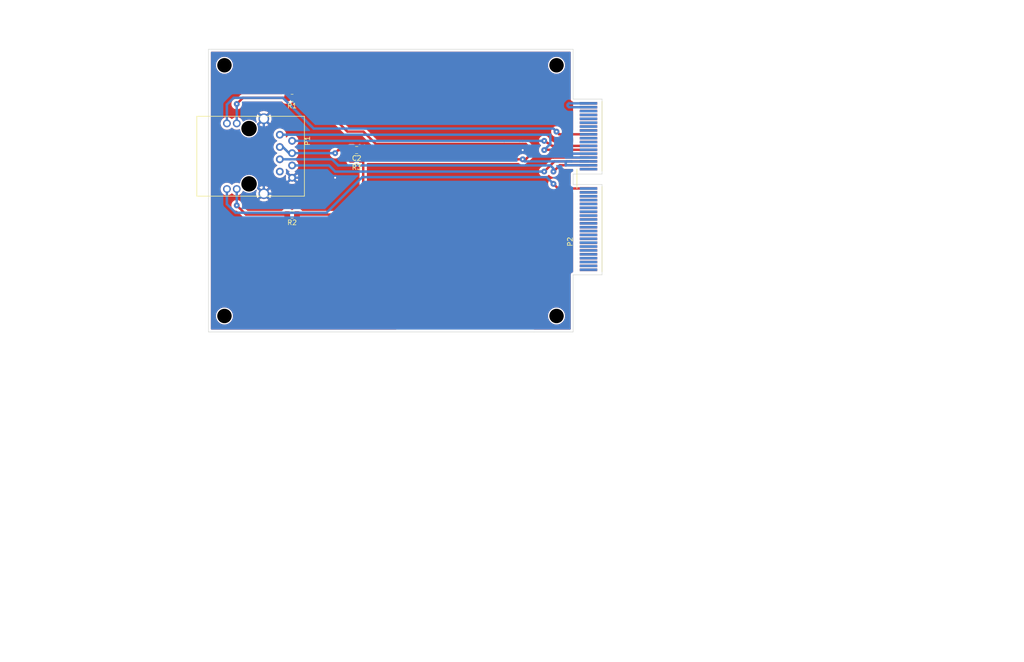
<source format=kicad_pcb>
(kicad_pcb (version 20221018) (generator pcbnew)
  (layers (0 "F.Cu" signal) (31 "B.Cu" signal) (34 "B.Paste" user) (35 "F.Paste" user) (36 "B.SilkS" user "B.Silkscreen") (37 "F.SilkS" user "F.Silkscreen") (38 "B.Mask" user) (39 "F.Mask" user) (44 "Edge.Cuts" user))
  (net 0 "")
  (net 1 "GND")
  (net 2 "Net-(C2-Pad2)")
  (net 3 "LED2")
  (net 4 "TX+")
  (net 5 "TX-")
  (net 6 "RX+")
  (net 7 "RX-")
  (net 8 "LED1")
  (net 10 "Net-(P1-D1)")
  (net 11 "Net-(P1-D3)")
  (net 57 "+3.3V")
  (net 78 "Net-(P2-Pin_78)")
  (footprint "Capacitor_SMD:C_0805_2012Metric_Pad1.18x1.45mm_HandSolder" (layer "F.Cu") (at 142.875 80.01 180)
    (fp_text reference "C2" (at 0 -1.68 180) (layer "F.SilkS"))
    (fp_text value "1n")
    (fp_line (start -0.261252 -0.735) (end 0.261252 -0.735) (stroke (width 0.12)) (layer "F.SilkS"))
    (fp_line (start -0.261252 0.735) (end 0.261252 0.735) (stroke (width 0.12)) (layer "F.SilkS"))
    (pad "1" smd roundrect (at -1.0375 0 180) (size 1.175 1.45) (layers "F.Cu" "F.Paste" "F.Mask") (roundrect_rratio 0.212766) (net 1 "GND"))
    (pad "2" smd roundrect (at 1.0375 0 180) (size 1.175 1.45) (layers "F.Cu" "F.Paste" "F.Mask") (roundrect_rratio 0.212766) (net 2 "Net-(C2-Pad2)"))
  )
  (footprint "DSOXLAN:cardedge_40x2" (layer "F.Cu") (at 190.754 104.75)
    (fp_text reference "P2" (at -3.8 -5.8 90) (layer "F.SilkS"))
    (fp_text value "CONN_02X40" hide)
    (fp_line (start -2.4 -16.8) (end -2.4 -20.8) (stroke (width 0.15)) (layer "F.SilkS"))
    (fp_line (start 2.8 -20.4) (end 2.8 -34.8) (stroke (width 0.15)) (layer "F.SilkS"))
    (fp_line (start 2.8 0.4) (end 2.8 -17.2) (stroke (width 0.15)) (layer "F.SilkS"))
    (pad "1" connect rect (at 0 0) (size 3.6 0.55) (layers "F.Cu" "F.Mask"))
    (pad "2" connect rect (at 0 0) (size 3.6 0.55) (layers "B.Cu" "F.Mask"))
    (pad "3" connect rect (at 0 -0.8) (size 3.6 0.55) (layers "F.Cu" "F.Mask"))
    (pad "4" connect rect (at 0 -0.8) (size 3.6 0.55) (layers "B.Cu" "F.Mask"))
    (pad "5" connect rect (at 0 -1.6) (size 3.6 0.55) (layers "F.Cu" "F.Mask"))
    (pad "6" connect rect (at 0 -1.6) (size 3.6 0.55) (layers "B.Cu" "F.Mask"))
    (pad "7" connect rect (at 0 -2.4) (size 3.6 0.55) (layers "F.Cu" "F.Mask"))
    (pad "8" connect rect (at 0 -2.4) (size 3.6 0.55) (layers "B.Cu" "F.Mask"))
    (pad "9" connect rect (at 0 -3.2) (size 3.6 0.55) (layers "F.Cu" "F.Mask"))
    (pad "10" connect rect (at 0 -3.2) (size 3.6 0.55) (layers "B.Cu" "F.Mask"))
    (pad "11" connect rect (at 0 -4) (size 3.6 0.55) (layers "F.Cu" "F.Mask"))
    (pad "12" connect rect (at 0 -4) (size 3.6 0.55) (layers "B.Cu" "F.Mask"))
    (pad "13" connect rect (at 0 -4.8) (size 3.6 0.55) (layers "F.Cu" "F.Mask"))
    (pad "14" connect rect (at 0 -4.8) (size 3.6 0.55) (layers "B.Cu" "F.Mask"))
    (pad "15" connect rect (at 0 -5.6) (size 3.6 0.55) (layers "F.Cu" "F.Mask"))
    (pad "16" connect rect (at 0 -5.6) (size 3.6 0.55) (layers "B.Cu" "F.Mask"))
    (pad "17" connect rect (at 0 -6.4) (size 3.6 0.55) (layers "F.Cu" "F.Mask"))
    (pad "18" connect rect (at 0 -6.4) (size 3.6 0.55) (layers "B.Cu" "F.Mask"))
    (pad "19" connect rect (at 0 -7.2) (size 3.6 0.55) (layers "F.Cu" "F.Mask"))
    (pad "20" connect rect (at 0 -7.2) (size 3.6 0.55) (layers "B.Cu" "F.Mask"))
    (pad "21" connect rect (at 0 -8) (size 3.6 0.55) (layers "F.Cu" "F.Mask"))
    (pad "22" connect rect (at 0 -8) (size 3.6 0.55) (layers "B.Cu" "F.Mask"))
    (pad "23" connect rect (at 0 -8.8) (size 3.6 0.55) (layers "F.Cu" "F.Mask"))
    (pad "24" connect rect (at 0 -8.8) (size 3.6 0.55) (layers "B.Cu" "F.Mask"))
    (pad "25" connect rect (at 0 -9.6) (size 3.6 0.55) (layers "F.Cu" "F.Mask"))
    (pad "26" connect rect (at 0 -9.6) (size 3.6 0.55) (layers "B.Cu" "F.Mask"))
    (pad "27" connect rect (at 0 -10.4) (size 3.6 0.55) (layers "F.Cu" "F.Mask"))
    (pad "28" connect rect (at 0 -10.4) (size 3.6 0.55) (layers "B.Cu" "F.Mask"))
    (pad "29" connect rect (at 0 -11.2) (size 3.6 0.55) (layers "F.Cu" "F.Mask"))
    (pad "30" connect rect (at 0 -11.2) (size 3.6 0.55) (layers "B.Cu" "F.Mask"))
    (pad "31" connect rect (at 0 -12) (size 3.6 0.55) (layers "F.Cu" "F.Mask"))
    (pad "32" connect rect (at 0 -12) (size 3.6 0.55) (layers "B.Cu" "F.Mask"))
    (pad "33" connect rect (at 0 -12.8) (size 3.6 0.55) (layers "F.Cu" "F.Mask"))
    (pad "34" connect rect (at 0 -12.8) (size 3.6 0.55) (layers "B.Cu" "F.Mask"))
    (pad "35" connect rect (at 0 -13.6) (size 3.6 0.55) (layers "F.Cu" "F.Mask"))
    (pad "36" connect rect (at 0 -13.6) (size 3.6 0.55) (layers "B.Cu" "F.Mask"))
    (pad "37" connect rect (at 0 -14.4) (size 3.6 0.55) (layers "F.Cu" "F.Mask"))
    (pad "38" connect rect (at 0 -14.4) (size 3.6 0.55) (layers "B.Cu" "F.Mask"))
    (pad "39" connect rect (at 0 -15.2) (size 3.6 0.55) (layers "F.Cu" "F.Mask"))
    (pad "40" connect rect (at 0 -15.2) (size 3.6 0.55) (layers "B.Cu" "F.Mask"))
    (pad "41" connect rect (at 0 -16) (size 3.6 0.55) (layers "F.Cu" "F.Mask"))
    (pad "42" connect rect (at 0 -16) (size 3.6 0.55) (layers "B.Cu" "F.Mask"))
    (pad "43" connect rect (at 0 -16.8) (size 3.6 0.55) (layers "F.Cu" "F.Mask") (net 3 "LED2"))
    (pad "44" connect rect (at 0 -16.8) (size 3.6 0.55) (layers "B.Cu" "F.Mask"))
    (pad "45" connect rect (at 0 -20.8) (size 3.6 0.55) (layers "F.Cu" "F.Mask"))
    (pad "46" connect rect (at 0 -20.8) (size 3.6 0.55) (layers "B.Cu" "F.Mask"))
    (pad "47" connect rect (at 0 -21.6) (size 3.6 0.55) (layers "F.Cu" "F.Mask") (net 4 "TX+"))
    (pad "48" connect rect (at 0 -21.6) (size 3.6 0.55) (layers "B.Cu" "F.Mask") (net 57 "+3.3V"))
    (pad "49" connect rect (at 0 -22.4) (size 3.6 0.55) (layers "F.Cu" "F.Mask") (net 5 "TX-"))
    (pad "50" connect rect (at 0 -22.4) (size 3.6 0.55) (layers "B.Cu" "F.Mask") (net 57 "+3.3V"))
    (pad "51" connect rect (at 0 -23.2) (size 3.6 0.55) (layers "F.Cu" "F.Mask") (net 1 "GND"))
    (pad "52" connect rect (at 0 -23.2) (size 3.6 0.55) (layers "B.Cu" "F.Mask") (net 1 "GND"))
    (pad "53" connect rect (at 0 -24) (size 3.6 0.55) (layers "F.Cu" "F.Mask") (net 1 "GND"))
    (pad "54" connect rect (at 0 -24) (size 3.6 0.55) (layers "B.Cu" "F.Mask") (net 1 "GND"))
    (pad "55" connect rect (at 0 -24.8) (size 3.6 0.55) (layers "F.Cu" "F.Mask") (net 6 "RX+"))
    (pad "56" connect rect (at 0 -24.8) (size 3.6 0.55) (layers "B.Cu" "F.Mask"))
    (pad "57" connect rect (at 0 -25.6) (size 3.6 0.55) (layers "F.Cu" "F.Mask") (net 7 "RX-"))
    (pad "58" connect rect (at 0 -25.6) (size 3.6 0.55) (layers "B.Cu" "F.Mask"))
    (pad "59" connect rect (at 0 -26.4) (size 3.6 0.55) (layers "F.Cu" "F.Mask"))
    (pad "60" connect rect (at 0 -26.4) (size 3.6 0.55) (layers "B.Cu" "F.Mask"))
    (pad "61" connect rect (at 0 -27.2) (size 3.6 0.55) (layers "F.Cu" "F.Mask"))
    (pad "62" connect rect (at 0 -27.2) (size 3.6 0.55) (layers "B.Cu" "F.Mask"))
    (pad "63" connect rect (at 0 -28) (size 3.6 0.55) (layers "F.Cu" "F.Mask") (net 8 "LED1"))
    (pad "64" connect rect (at 0 -28) (size 3.6 0.55) (layers "B.Cu" "F.Mask"))
    (pad "65" connect rect (at 0 -28.8) (size 3.6 0.55) (layers "F.Cu" "F.Mask"))
    (pad "66" connect rect (at 0 -28.8) (size 3.6 0.55) (layers "B.Cu" "F.Mask"))
    (pad "67" connect rect (at 0 -29.6) (size 3.6 0.55) (layers "F.Cu" "F.Mask"))
    (pad "68" connect rect (at 0 -29.6) (size 3.6 0.55) (layers "B.Cu" "F.Mask"))
    (pad "69" connect rect (at 0 -30.4) (size 3.6 0.55) (layers "F.Cu" "F.Mask"))
    (pad "70" connect rect (at 0 -30.4) (size 3.6 0.55) (layers "B.Cu" "F.Mask"))
    (pad "71" connect rect (at 0 -31.2) (size 3.6 0.55) (layers "F.Cu" "F.Mask"))
    (pad "72" connect rect (at 0 -31.2) (size 3.6 0.55) (layers "B.Cu" "F.Mask"))
    (pad "73" connect rect (at 0 -32) (size 3.6 0.55) (layers "F.Cu" "F.Mask"))
    (pad "74" connect rect (at 0 -32) (size 3.6 0.55) (layers "B.Cu" "F.Mask"))
    (pad "75" connect rect (at 0 -32.8) (size 3.6 0.55) (layers "F.Cu" "F.Mask"))
    (pad "76" connect rect (at 0 -32.8) (size 3.6 0.55) (layers "B.Cu" "F.Mask"))
    (pad "77" connect rect (at 0 -33.6) (size 3.6 0.55) (layers "F.Cu" "F.Mask"))
    (pad "78" connect rect (at 0 -33.6) (size 3.6 0.55) (layers "B.Cu" "F.Mask") (net 78 "Net-(P2-Pin_78)"))
    (pad "79" connect rect (at 0 -34.4) (size 3.6 0.55) (layers "F.Cu" "F.Mask"))
    (pad "80" connect rect (at 0 -34.4) (size 3.6 0.55) (layers "B.Cu" "F.Mask") (net 78 "Net-(P2-Pin_78)"))
  )
  (footprint "Resistor_SMD:R_0805_2012Metric_Pad1.20x1.40mm_HandSolder" (layer "F.Cu") (at 129.54 69.215 180)
    (fp_text reference "R1" (at 0 -1.65 180) (layer "F.SilkS"))
    (fp_text value "220R")
    (fp_line (start -0.227064 -0.735) (end 0.227064 -0.735) (stroke (width 0.12)) (layer "F.SilkS"))
    (fp_line (start -0.227064 0.735) (end 0.227064 0.735) (stroke (width 0.12)) (layer "F.SilkS"))
    (pad "1" smd roundrect (at -1 0 180) (size 1.2 1.4) (layers "F.Cu" "F.Paste" "F.Mask") (roundrect_rratio 0.208333) (net 57 "+3.3V"))
    (pad "2" smd roundrect (at 1 0 180) (size 1.2 1.4) (layers "F.Cu" "F.Paste" "F.Mask") (roundrect_rratio 0.208333) (net 10 "Net-(P1-D1)"))
  )
  (footprint "Resistor_SMD:R_0805_2012Metric_Pad1.20x1.40mm_HandSolder" (layer "F.Cu") (at 129.54 93.345 180)
    (fp_text reference "R2" (at 0 -1.65 180) (layer "F.SilkS"))
    (fp_text value "220R")
    (fp_line (start -0.227064 -0.735) (end 0.227064 -0.735) (stroke (width 0.12)) (layer "F.SilkS"))
    (fp_line (start -0.227064 0.735) (end 0.227064 0.735) (stroke (width 0.12)) (layer "F.SilkS"))
    (pad "1" smd roundrect (at -1 0 180) (size 1.2 1.4) (layers "F.Cu" "F.Paste" "F.Mask") (roundrect_rratio 0.208333) (net 57 "+3.3V"))
    (pad "2" smd roundrect (at 1 0 180) (size 1.2 1.4) (layers "F.Cu" "F.Paste" "F.Mask") (roundrect_rratio 0.208333) (net 11 "Net-(P1-D3)"))
  )
  (footprint "Resistor_SMD:R_0805_2012Metric_Pad1.20x1.40mm_HandSolder" (layer "F.Cu") (at 142.875 81.915 180)
    (fp_text reference "R3" (at 0 -1.65 180) (layer "F.SilkS"))
    (fp_text value "10R")
    (fp_line (start -0.227064 -0.735) (end 0.227064 -0.735) (stroke (width 0.12)) (layer "F.SilkS"))
    (fp_line (start -0.227064 0.735) (end 0.227064 0.735) (stroke (width 0.12)) (layer "F.SilkS"))
    (pad "1" smd roundrect (at -1 0 180) (size 1.2 1.4) (layers "F.Cu" "F.Paste" "F.Mask") (roundrect_rratio 0.208333) (net 57 "+3.3V"))
    (pad "2" smd roundrect (at 1 0 180) (size 1.2 1.4) (layers "F.Cu" "F.Paste" "F.Mask") (roundrect_rratio 0.208333) (net 2 "Net-(C2-Pad2)"))
  )
  (footprint "DSOXLAN:ETH-MAGJACK" (layer "F.Cu") (at 120.65 81.28 -90)
    (fp_text reference "P1" (at -3.175 -12.065 -90) (layer "F.SilkS"))
    (fp_text value "CNT-RJ45" hide)
    (fp_line (start -8.255 -11.43) (end -8.255 10.795) (stroke (width 0.15)) (layer "F.SilkS"))
    (fp_line (start -8.255 10.795) (end 8.255 10.795) (stroke (width 0.15)) (layer "F.SilkS"))
    (fp_line (start 8.255 -11.43) (end -8.255 -11.43) (stroke (width 0.15)) (layer "F.SilkS"))
    (fp_line (start 8.255 10.795) (end 8.255 -11.43) (stroke (width 0.15)) (layer "F.SilkS"))
    (pad "" np_thru_hole circle (at -5.715 0 270) (size 3.2 3.2) (drill 3.2) (layers "*.Mask"))
    (pad "" np_thru_hole circle (at 5.715 0 270) (size 3.2 3.2) (drill 3.2) (layers "*.Mask"))
    (pad "1" thru_hole circle (at -4.445 -6.35 270) (size 1.6 1.6) (drill 0.9) (layers "*.Cu" "*.Mask") (net 6 "RX+"))
    (pad "2" thru_hole circle (at -3.175 -8.89 270) (size 1.6 1.6) (drill 0.9) (layers "*.Cu" "*.Mask") (net 7 "RX-"))
    (pad "3" thru_hole circle (at -1.905 -6.35 270) (size 1.6 1.6) (drill 0.9) (layers "*.Cu" "*.Mask") (net 2 "Net-(C2-Pad2)"))
    (pad "4" thru_hole circle (at -0.635 -8.89 270) (size 1.6 1.6) (drill 0.9) (layers "*.Cu" "*.Mask") (net 2 "Net-(C2-Pad2)"))
    (pad "5" thru_hole circle (at 0.635 -6.35 270) (size 1.6 1.6) (drill 0.9) (layers "*.Cu" "*.Mask") (net 4 "TX+"))
    (pad "6" thru_hole circle (at 1.905 -8.89 270) (size 1.6 1.6) (drill 0.9) (layers "*.Cu" "*.Mask") (net 5 "TX-"))
    (pad "7" thru_hole circle (at 3.175 -6.35 270) (size 1.6 1.6) (drill 0.9) (layers "*.Cu" "*.Mask"))
    (pad "8" thru_hole circle (at 4.445 -8.89 270) (size 1.6 1.6) (drill 0.9) (layers "*.Cu" "*.Mask") (net 1 "GND"))
    (pad "9" thru_hole circle (at -7.747 -3.048 270) (size 2.2 2.2) (drill 1.6) (layers "*.Cu" "*.Mask") (net 1 "GND"))
    (pad "10" thru_hole circle (at 7.747 -3.048 270) (size 2.2 2.2) (drill 1.6) (layers "*.Cu" "*.Mask") (net 1 "GND"))
    (pad "11" thru_hole circle (at -6.7818 2.54 270) (size 1.6 1.6) (drill 1) (layers "*.Cu" "*.Mask") (net 10 "Net-(P1-D1)"))
    (pad "12" thru_hole circle (at -6.7818 4.572 270) (size 1.6 1.6) (drill 1) (layers "*.Cu" "*.Mask") (net 8 "LED1"))
    (pad "13" thru_hole circle (at 6.7818 2.54 270) (size 1.6 1.6) (drill 1) (layers "*.Cu" "*.Mask") (net 11 "Net-(P1-D3)"))
    (pad "14" thru_hole circle (at 6.7818 4.572 270) (size 1.6 1.6) (drill 1) (layers "*.Cu" "*.Mask") (net 3 "LED2"))
  )
  (footprint "Symbols:Symbol_OSHW-Logo_CopperTop" (layer "F.Cu") (at 154.432 112.522)
    (fp_text reference "Symbol_OSHW-Logo_CopperTop" hide)
    (fp_text value "VAL**" hide)
    (fp_line (start -2.9591 3.40106) (end -2.93116 3.74904) (stroke (width 0.381)) (layer "F.Cu"))
    (fp_line (start -2.93116 3.74904) (end -2.7305 4.06908) (stroke (width 0.381)) (layer "F.Cu"))
    (fp_line (start -2.8702 2.91084) (end -2.9591 3.40106) (stroke (width 0.381)) (layer "F.Cu"))
    (fp_line (start -2.7305 4.06908) (end -2.47904 4.191) (stroke (width 0.381)) (layer "F.Cu"))
    (fp_line (start -2.6289 2.66954) (end -2.8702 2.91084) (stroke (width 0.381)) (layer "F.Cu"))
    (fp_line (start -2.4892 0.32004) (end -1.9304 0.5207) (stroke (width 0.381)) (layer "F.Cu"))
    (fp_line (start -2.47904 -0.381) (end -2.4892 0.32004) (stroke (width 0.381)) (layer "F.Cu"))
    (fp_line (start -2.47904 4.191) (end -2.16916 4.11988) (stroke (width 0.381)) (layer "F.Cu"))
    (fp_line (start -2.37998 2.64922) (end -2.6289 2.66954) (stroke (width 0.381)) (layer "F.Cu"))
    (fp_line (start -2.16916 4.11988) (end -1.95072 3.93954) (stroke (width 0.381)) (layer "F.Cu"))
    (fp_line (start -2.03962 1.49098) (end -1.50114 2.00914) (stroke (width 0.381)) (layer "F.Cu"))
    (fp_line (start -2.03962 2.78892) (end -2.4003 2.65938) (stroke (width 0.381)) (layer "F.Cu"))
    (fp_line (start -2.00914 -1.50114) (end -1.76022 -0.96012) (stroke (width 0.381)) (layer "F.Cu"))
    (fp_line (start -1.95072 3.93954) (end -1.8796 3.4798) (stroke (width 0.381)) (layer "F.Cu"))
    (fp_line (start -1.9304 -0.48006) (end -2.47904 -0.381) (stroke (width 0.381)) (layer "F.Cu"))
    (fp_line (start -1.9304 0.5207) (end -1.7907 0.91948) (stroke (width 0.381)) (layer "F.Cu"))
    (fp_line (start -1.9304 3.07086) (end -2.03962 2.78892) (stroke (width 0.381)) (layer "F.Cu"))
    (fp_line (start -1.8796 3.4798) (end -1.9304 3.07086) (stroke (width 0.381)) (layer "F.Cu"))
    (fp_line (start -1.78054 0.92964) (end -2.03962 1.49098) (stroke (width 0.381)) (layer "F.Cu"))
    (fp_line (start -1.76022 -0.96012) (end -1.9304 -0.48006) (stroke (width 0.381)) (layer "F.Cu"))
    (fp_line (start -1.50114 2.00914) (end -0.98044 1.7399) (stroke (width 0.381)) (layer "F.Cu"))
    (fp_line (start -1.49098 -2.02946) (end -2.00914 -1.50114) (stroke (width 0.381)) (layer "F.Cu"))
    (fp_line (start -1.29032 3.12928) (end -1.04902 3.37058) (stroke (width 0.381)) (layer "F.Cu"))
    (fp_line (start -1.25984 2.86004) (end -1.29032 3.12928) (stroke (width 0.381)) (layer "F.Cu"))
    (fp_line (start -1.04902 3.37058) (end -0.6604 3.50012) (stroke (width 0.381)) (layer "F.Cu"))
    (fp_line (start -1.02108 2.65938) (end -1.25984 2.86004) (stroke (width 0.381)) (layer "F.Cu"))
    (fp_line (start -1.00076 -0.09906) (end -0.94996 0.39878) (stroke (width 0.381)) (layer "F.Cu"))
    (fp_line (start -0.9906 4.20878) (end -1.34112 4.09956) (stroke (width 0.381)) (layer "F.Cu"))
    (fp_line (start -0.98044 1.7399) (end -0.70104 1.89992) (stroke (width 0.381)) (layer "F.Cu"))
    (fp_line (start -0.94996 0.39878) (end -0.70104 0.70104) (stroke (width 0.381)) (layer "F.Cu"))
    (fp_line (start -0.9398 -1.76022) (end -1.49098 -2.02946) (stroke (width 0.381)) (layer "F.Cu"))
    (fp_line (start -0.8509 -0.55118) (end -1.00076 -0.09906) (stroke (width 0.381)) (layer "F.Cu"))
    (fp_line (start -0.70104 0.70104) (end -0.35052 0.89916) (stroke (width 0.381)) (layer "F.Cu"))
    (fp_line (start -0.70104 2.66954) (end -1.02108 2.65938) (stroke (width 0.381)) (layer "F.Cu"))
    (fp_line (start -0.67056 4.18084) (end -0.9906 4.20878) (stroke (width 0.381)) (layer "F.Cu"))
    (fp_line (start -0.6604 3.50012) (end -0.48006 3.66014) (stroke (width 0.381)) (layer "F.Cu"))
    (fp_line (start -0.5207 -1.9304) (end -0.9398 -1.76022) (stroke (width 0.381)) (layer "F.Cu"))
    (fp_line (start -0.48006 3.66014) (end -0.43942 3.95986) (stroke (width 0.381)) (layer "F.Cu"))
    (fp_line (start -0.44958 -0.89916) (end -0.8509 -0.55118) (stroke (width 0.381)) (layer "F.Cu"))
    (fp_line (start -0.43942 3.95986) (end -0.67056 4.18084) (stroke (width 0.381)) (layer "F.Cu"))
    (fp_line (start -0.35052 0.89916) (end -0.70104 1.89992) (stroke (width 0.381)) (layer "F.Cu"))
    (fp_line (start -0.35052 2.75082) (end -0.70104 2.66954) (stroke (width 0.381)) (layer "F.Cu"))
    (fp_line (start -0.30988 -2.47904) (end -0.5207 -1.9304) (stroke (width 0.381)) (layer "F.Cu"))
    (fp_line (start -0.0508 -1.00076) (end -0.44958 -0.89916) (stroke (width 0.381)) (layer "F.Cu"))
    (fp_line (start 0.20066 2.64922) (end 0.20066 4.21894) (stroke (width 0.381)) (layer "F.Cu"))
    (fp_line (start 0.20066 4.21894) (end 0.21082 4.20878) (stroke (width 0.381)) (layer "F.Cu"))
    (fp_line (start 0.24892 3.38074) (end 1.03886 3.37058) (stroke (width 0.381)) (layer "F.Cu"))
    (fp_line (start 0.35052 0.89916) (end 0.65024 0.7493) (stroke (width 0.381)) (layer "F.Cu"))
    (fp_line (start 0.35052 0.89916) (end 0.7493 1.89992) (stroke (width 0.381)) (layer "F.Cu"))
    (fp_line (start 0.381 -2.46126) (end -0.30988 -2.47904) (stroke (width 0.381)) (layer "F.Cu"))
    (fp_line (start 0.39878 -0.94996) (end -0.0508 -1.00076) (stroke (width 0.381)) (layer "F.Cu"))
    (fp_line (start 0.55118 -1.92024) (end 0.381 -2.46126) (stroke (width 0.381)) (layer "F.Cu"))
    (fp_line (start 0.65024 0.7493) (end 0.8509 0.55118) (stroke (width 0.381)) (layer "F.Cu"))
    (fp_line (start 0.73914 1.8796) (end 1.06934 1.6891) (stroke (width 0.381)) (layer "F.Cu"))
    (fp_line (start 0.8509 -0.59944) (end 0.39878 -0.94996) (stroke (width 0.381)) (layer "F.Cu"))
    (fp_line (start 0.8509 0.55118) (end 1.00076 0.14986) (stroke (width 0.381)) (layer "F.Cu"))
    (fp_line (start 1.00076 -0.24892) (end 0.8509 -0.59944) (stroke (width 0.381)) (layer "F.Cu"))
    (fp_line (start 1.00076 0.14986) (end 1.00076 -0.24892) (stroke (width 0.381)) (layer "F.Cu"))
    (fp_line (start 1.02108 -1.71958) (end 0.55118 -1.92024) (stroke (width 0.381)) (layer "F.Cu"))
    (fp_line (start 1.03886 3.37058) (end 1.04902 3.38074) (stroke (width 0.381)) (layer "F.Cu"))
    (fp_line (start 1.04902 3.38074) (end 1.04902 3.37058) (stroke (width 0.381)) (layer "F.Cu"))
    (fp_line (start 1.06934 1.6891) (end 1.50876 2.0193) (stroke (width 0.381)) (layer "F.Cu"))
    (fp_line (start 1.08966 2.65938) (end 1.08966 4.20116) (stroke (width 0.381)) (layer "F.Cu"))
    (fp_line (start 1.50876 2.0193) (end 1.9812 1.52908) (stroke (width 0.381)) (layer "F.Cu"))
    (fp_line (start 1.53924 -1.9812) (end 1.02108 -1.71958) (stroke (width 0.381)) (layer "F.Cu"))
    (fp_line (start 1.66878 2.68986) (end 2.02946 4.16052) (stroke (width 0.381)) (layer "F.Cu"))
    (fp_line (start 1.69926 1.04902) (end 1.88976 0.57912) (stroke (width 0.381)) (layer "F.Cu"))
    (fp_line (start 1.7399 -1.00076) (end 2.00914 -1.47066) (stroke (width 0.381)) (layer "F.Cu"))
    (fp_line (start 1.88976 0.57912) (end 2.49936 0.39116) (stroke (width 0.381)) (layer "F.Cu"))
    (fp_line (start 1.94056 -0.42926) (end 1.7399 -1.00076) (stroke (width 0.381)) (layer "F.Cu"))
    (fp_line (start 1.9812 1.52908) (end 1.69926 1.04902) (stroke (width 0.381)) (layer "F.Cu"))
    (fp_line (start 2.00914 -1.47066) (end 1.53924 -1.9812) (stroke (width 0.381)) (layer "F.Cu"))
    (fp_line (start 2.02946 4.16052) (end 2.30886 3.0988) (stroke (width 0.381)) (layer "F.Cu"))
    (fp_line (start 2.30886 3.0988) (end 2.61874 4.17068) (stroke (width 0.381)) (layer "F.Cu"))
    (fp_line (start 2.49936 -0.28956) (end 1.94056 -0.42926) (stroke (width 0.381)) (layer "F.Cu"))
    (fp_line (start 2.49936 0.39116) (end 2.49936 -0.28956) (stroke (width 0.381)) (layer "F.Cu"))
    (fp_line (start 2.61874 4.17068) (end 2.9591 2.72034) (stroke (width 0.381)) (layer "F.Cu"))
  )
  (footprint "Mounting_Holes:MountingHole_3mm" (layer "F.Cu") (at 115.57 114.3)
    (fp_text reference "MountingHole_3mm" hide)
    (fp_text value "VAL**" hide)
    (pad "" np_thru_hole circle (at 0 0) (size 3 3) (drill 3) (layers "*.Mask"))
  )
  (footprint "Mounting_Holes:MountingHole_3mm" (layer "F.Cu") (at 115.57 62.484)
    (fp_text reference "MountingHole_3mm" hide)
    (fp_text value "VAL**" hide)
    (pad "" np_thru_hole circle (at 0 0) (size 3 3) (drill 3) (layers "*.Mask"))
  )
  (footprint "Mounting_Holes:MountingHole_3mm" (layer "F.Cu") (at 184.15 62.484)
    (fp_text reference "MountingHole_3mm" hide)
    (fp_text value "VAL**" hide)
    (pad "" np_thru_hole circle (at 0 0) (size 3 3) (drill 3) (layers "*.Mask"))
  )
  (footprint "Mounting_Holes:MountingHole_3mm" (layer "F.Cu") (at 184.15 114.3)
    (fp_text reference "MountingHole_3mm" hide)
    (fp_text value "VAL**" hide)
    (pad "" np_thru_hole circle (at 0 0) (size 2.999743 2.999743) (drill 3) (layers "*.Mask"))
  )
  (gr_line (start 193.548 69.469) (end 187.579 69.469) (stroke (width 0.1)) (layer "Edge.Cuts"))
  (gr_line (start 179.578 117.602) (end 187.579 117.602) (stroke (width 0.1)) (layer "Edge.Cuts"))
  (gr_line (start 187.579 105.791) (end 193.548 105.791) (stroke (width 0.1)) (layer "Edge.Cuts"))
  (gr_line (start 187.579 69.469) (end 187.579 59.182) (stroke (width 0.1)) (layer "Edge.Cuts"))
  (gr_line (start 193.548 84.963) (end 193.548 69.469) (stroke (width 0.1)) (layer "Edge.Cuts"))
  (gr_line (start 193.548 105.791) (end 193.548 87.122) (stroke (width 0.1)) (layer "Edge.Cuts"))
  (gr_line (start 187.579 117.602) (end 187.579 105.791) (stroke (width 0.1)) (layer "Edge.Cuts"))
  (gr_line (start 112.268 117.602) (end 179.578 117.602) (stroke (width 0.1)) (layer "Edge.Cuts"))
  (gr_line (start 187.579 59.182) (end 112.268 59.182) (stroke (width 0.1)) (layer "Edge.Cuts"))
  (gr_line (start 187.579 87.122) (end 187.579 84.963) (stroke (width 0.1)) (layer "Edge.Cuts"))
  (gr_line (start 193.548 87.122) (end 187.579 87.122) (stroke (width 0.1)) (layer "Edge.Cuts"))
  (gr_line (start 187.579 84.963) (end 193.548 84.963) (stroke (width 0.1)) (layer "Edge.Cuts"))
  (gr_line (start 112.268 59.182) (end 112.268 117.602) (stroke (width 0.1)) (layer "Edge.Cuts"))
  (gr_text "DIY DSOXLAN\nAW 2014-12-13" (at 168.91 113.792) (layer "F.Cu") (effects (font (size 1.5 1.5) (thickness 0.3))))
  (segment (start 138.43 85.725) (end 136.525 83.82) (width 0.5) (layer "F.Cu") (net 1))
  (segment (start 136.525 83.82) (end 136.525 80.01) (width 0.5) (layer "F.Cu") (net 1))
  (segment (start 136.525 80.01) (end 138.43 78.105) (width 0.5) (layer "F.Cu") (net 1))
  (segment (start 138.43 78.105) (end 144.145 78.105) (width 0.5) (layer "F.Cu") (net 1))
  (segment (start 144.145 78.105) (end 144.125 78.125) (width 0.5) (layer "F.Cu") (net 1))
  (segment (start 144.125 78.125) (end 144.125 80.01) (width 0.5) (layer "F.Cu") (net 1))
  (segment (start 183.404 81.55) (end 183.388 81.534) (width 0.5) (layer "F.Cu") (net 1))
  (segment (start 183.388 81.534) (end 183.388 81.212002) (width 0.5) (layer "F.Cu") (net 1))
  (segment (start 183.388 81.212002) (end 183.850002 80.75) (width 0.5) (layer "F.Cu") (net 1))
  (segment (start 183.850002 80.75) (end 190.754 80.75) (width 0.5) (layer "F.Cu") (net 1))
  (segment (start 190.754 81.55) (end 183.404 81.55) (width 0.5) (layer "F.Cu") (net 1))
  (segment (start 144.125 80.01) (end 177.165 80.01) (width 0.5) (layer "F.Cu") (net 1))
  (via (at 138.43 85.725) (size 1.2) (drill 0.4) (layers "F.Cu" "B.Cu") (net 1))
  (via (at 177.165 80.01) (size 1.2) (drill 0.4) (layers "F.Cu" "B.Cu") (net 1))
  (segment (start 186.100998 81.55) (end 186.055 81.504002) (width 0.5) (layer "B.Cu") (net 1))
  (segment (start 186.055 81.504002) (end 186.055 81.28) (width 0.5) (layer "B.Cu") (net 1))
  (segment (start 177.165 80.01) (end 178.435 81.28) (width 0.5) (layer "B.Cu") (net 1))
  (segment (start 178.435 81.28) (end 181.61 81.28) (width 0.5) (layer "B.Cu") (net 1))
  (segment (start 181.61 81.28) (end 182.245 81.28) (width 0.5) (layer "B.Cu") (net 1))
  (segment (start 182.245 81.28) (end 186.055 81.28) (width 0.5) (layer "B.Cu") (net 1))
  (segment (start 186.585 80.75) (end 186.055 81.28) (width 0.5) (layer "B.Cu") (net 1))
  (segment (start 126.238 89.027) (end 129.54 85.725) (width 0.5) (layer "B.Cu") (net 1))
  (segment (start 190.754 81.55) (end 186.100998 81.55) (width 0.5) (layer "B.Cu") (net 1))
  (segment (start 123.698 89.027) (end 126.238 89.027) (width 0.5) (layer "B.Cu") (net 1))
  (segment (start 190.754 80.75) (end 186.585 80.75) (width 0.5) (layer "B.Cu") (net 1))
  (segment (start 123.698 89.027) (end 123.698 73.533) (width 0.5) (layer "B.Cu") (net 1))
  (segment (start 129.54 85.725) (end 138.43 85.725) (width 0.5) (layer "B.Cu") (net 1))
  (segment (start 138.43 80.645) (end 139.065 80.01) (width 0.5) (layer "F.Cu") (net 2))
  (segment (start 139.065 80.01) (end 141.625 80.01) (width 0.5) (layer "F.Cu") (net 2))
  (segment (start 141.525 80.11) (end 141.625 80.01) (width 0.5) (layer "F.Cu") (net 2))
  (segment (start 141.525 81.915) (end 141.525 80.11) (width 0.5) (layer "F.Cu") (net 2))
  (via (at 138.43 80.645) (size 1.2) (drill 0.4) (layers "F.Cu" "B.Cu") (net 2))
  (segment (start 127.635 79.375) (end 128.905 80.645) (width 0.5) (layer "B.Cu") (net 2))
  (segment (start 128.905 80.645) (end 129.54 80.645) (width 0.5) (layer "B.Cu") (net 2))
  (segment (start 127 79.375) (end 127.635 79.375) (width 0.5) (layer "B.Cu") (net 2))
  (segment (start 129.54 80.645) (end 138.43 80.645) (width 0.5) (layer "B.Cu") (net 2))
  (segment (start 183.515 86.995) (end 184.47 87.95) (width 0.5) (layer "F.Cu") (net 3))
  (segment (start 184.47 87.95) (end 190.754 87.95) (width 0.5) (layer "F.Cu") (net 3))
  (via (at 183.515 86.995) (size 1.2) (drill 0.4) (layers "F.Cu" "B.Cu") (net 3))
  (segment (start 116.078 91.186) (end 117.856 92.964) (width 0.5) (layer "B.Cu") (net 3))
  (segment (start 117.856 92.964) (end 136.652 92.964) (width 0.5) (layer "B.Cu") (net 3))
  (segment (start 136.652 92.964) (end 144.018 85.598) (width 0.5) (layer "B.Cu") (net 3))
  (segment (start 144.018 85.598) (end 182.118 85.598) (width 0.5) (layer "B.Cu") (net 3))
  (segment (start 182.118 85.598) (end 183.515 86.995) (width 0.5) (layer "B.Cu") (net 3))
  (segment (start 116.078 88.0618) (end 116.078 91.186) (width 0.5) (layer "B.Cu") (net 3))
  (segment (start 183.515 84.455) (end 184.82 83.15) (width 0.5) (layer "F.Cu") (net 4))
  (segment (start 184.82 83.15) (end 190.754 83.15) (width 0.5) (layer "F.Cu") (net 4))
  (via (at 183.515 84.455) (size 1.2) (drill 0.4) (layers "F.Cu" "B.Cu") (net 4))
  (segment (start 137.795 81.915) (end 139.065 83.185) (width 0.5) (layer "B.Cu") (net 4))
  (segment (start 139.065 83.185) (end 182.88 83.185) (width 0.5) (layer "B.Cu") (net 4))
  (segment (start 182.88 83.185) (end 183.515 83.82) (width 0.5) (layer "B.Cu") (net 4))
  (segment (start 183.515 83.82) (end 183.515 84.455) (width 0.5) (layer "B.Cu") (net 4))
  (segment (start 127 81.915) (end 137.795 81.915) (width 0.5) (layer "B.Cu") (net 4))
  (segment (start 183.715 82.35) (end 181.61 84.455) (width 0.5) (layer "F.Cu") (net 5))
  (segment (start 190.754 82.35) (end 183.715 82.35) (width 0.5) (layer "F.Cu") (net 5))
  (via (at 181.61 84.455) (size 1.2) (drill 0.4) (layers "F.Cu" "B.Cu") (net 5))
  (segment (start 181.61 84.455) (end 138.43 84.455) (width 0.5) (layer "B.Cu") (net 5))
  (segment (start 138.43 84.455) (end 137.16 83.185) (width 0.5) (layer "B.Cu") (net 5))
  (segment (start 137.16 83.185) (end 129.54 83.185) (width 0.5) (layer "B.Cu") (net 5))
  (segment (start 181.61 80.01) (end 181.67 79.95) (width 0.5) (layer "F.Cu") (net 6))
  (segment (start 181.67 79.95) (end 190.754 79.95) (width 0.5) (layer "F.Cu") (net 6))
  (via (at 181.61 80.01) (size 1.2) (drill 0.4) (layers "F.Cu" "B.Cu") (net 6))
  (segment (start 176.53 76.835) (end 177.165 76.835) (width 0.5) (layer "B.Cu") (net 6))
  (segment (start 177.165 76.835) (end 179.07 76.835) (width 0.5) (layer "B.Cu") (net 6))
  (segment (start 179.07 76.835) (end 182.88 76.835) (width 0.5) (layer "B.Cu") (net 6))
  (segment (start 182.88 76.835) (end 182.88 78.74) (width 0.5) (layer "B.Cu") (net 6))
  (segment (start 182.88 78.74) (end 181.61 80.01) (width 0.5) (layer "B.Cu") (net 6))
  (segment (start 127 76.835) (end 175.26 76.835) (width 0.5) (layer "B.Cu") (net 6))
  (segment (start 175.26 76.835) (end 176.53 76.835) (width 0.5) (layer "B.Cu") (net 6))
  (segment (start 183.29 79.15) (end 181.61 78.105) (width 0.5) (layer "F.Cu") (net 7))
  (segment (start 190.754 79.15) (end 183.29 79.15) (width 0.5) (layer "F.Cu") (net 7))
  (via (at 181.61 78.105) (size 1.2) (drill 0.4) (layers "F.Cu" "B.Cu") (net 7))
  (segment (start 173.355 78.105) (end 129.54 78.105) (width 0.5) (layer "B.Cu") (net 7))
  (segment (start 176.53 78.105) (end 177.165 78.105) (width 0.5) (layer "B.Cu") (net 7))
  (segment (start 177.165 78.105) (end 181.61 78.105) (width 0.5) (layer "B.Cu") (net 7))
  (segment (start 173.355 78.105) (end 176.53 78.105) (width 0.5) (layer "B.Cu") (net 7))
  (segment (start 184.15 76.2) (end 184.7 76.75) (width 0.5) (layer "F.Cu") (net 8))
  (segment (start 184.7 76.75) (end 190.754 76.75) (width 0.5) (layer "F.Cu") (net 8))
  (via (at 184.15 76.2) (size 1.2) (drill 0.4) (layers "F.Cu" "B.Cu") (net 8))
  (segment (start 116.078 70.612) (end 117.475 69.215) (width 0.5) (layer "B.Cu") (net 8))
  (segment (start 117.475 69.215) (end 127.635 69.215) (width 0.5) (layer "B.Cu") (net 8))
  (segment (start 127.635 69.215) (end 133.985 75.565) (width 0.5) (layer "B.Cu") (net 8))
  (segment (start 133.985 75.565) (end 183.515 75.565) (width 0.5) (layer "B.Cu") (net 8))
  (segment (start 183.515 75.565) (end 184.15 76.2) (width 0.5) (layer "B.Cu") (net 8))
  (segment (start 116.078 74.4982) (end 116.078 70.612) (width 0.5) (layer "B.Cu") (net 8))
  (segment (start 119.38 69.215) (end 118.11 70.485) (width 0.5) (layer "F.Cu") (net 10))
  (segment (start 128.19 69.215) (end 119.38 69.215) (width 0.5) (layer "F.Cu") (net 10))
  (via (at 118.11 70.485) (size 1.2) (drill 0.4) (layers "F.Cu" "B.Cu") (net 10))
  (segment (start 118.11 70.485) (end 118.11 74.4982) (width 0.5) (layer "B.Cu") (net 10))
  (segment (start 120.015 93.345) (end 118.11 91.44) (width 0.5) (layer "F.Cu") (net 11))
  (segment (start 128.19 93.345) (end 120.015 93.345) (width 0.5) (layer "F.Cu") (net 11))
  (via (at 118.11 91.44) (size 1.2) (drill 0.4) (layers "F.Cu" "B.Cu") (net 11))
  (segment (start 118.11 91.44) (end 118.11 88.0618) (width 0.5) (layer "B.Cu") (net 11))
  (segment (start 139.7 93.345) (end 130.89 93.345) (width 0.5) (layer "F.Cu") (net 57))
  (segment (start 140.335 93.345) (end 144.225 89.455) (width 0.5) (layer "F.Cu") (net 57))
  (segment (start 177.165 81.915) (end 144.225 81.915) (width 0.5) (layer "F.Cu") (net 57))
  (segment (start 177.8 81.915) (end 179.07 80.645) (width 0.5) (layer "F.Cu") (net 57))
  (segment (start 179.07 80.645) (end 179.07 80.518) (width 0.5) (layer "F.Cu") (net 57))
  (segment (start 140.97 76.2) (end 133.985 69.215) (width 0.5) (layer "F.Cu") (net 57))
  (segment (start 133.985 69.215) (end 130.89 69.215) (width 0.5) (layer "F.Cu") (net 57))
  (segment (start 179.07 80.01) (end 177.8 78.74) (width 0.5) (layer "F.Cu") (net 57))
  (segment (start 177.8 78.74) (end 146.812 78.74) (width 0.5) (layer "F.Cu") (net 57))
  (segment (start 146.812 78.74) (end 144.272 76.2) (width 0.5) (layer "F.Cu") (net 57))
  (segment (start 144.272 76.2) (end 140.97 76.2) (width 0.5) (layer "F.Cu") (net 57))
  (segment (start 139.7 93.345) (end 140.335 93.345) (width 0.5) (layer "F.Cu") (net 57))
  (segment (start 144.225 81.915) (end 144.225 89.455) (width 0.5) (layer "F.Cu") (net 57))
  (segment (start 177.165 81.915) (end 177.8 81.915) (width 0.5) (layer "F.Cu") (net 57))
  (segment (start 179.07 80.518) (end 179.07 80.01) (width 0.5) (layer "F.Cu") (net 57))
  (via (at 177.165 81.915) (size 1.2) (drill 0.4) (layers "F.Cu" "B.Cu") (net 57))
  (segment (start 186.255 82.35) (end 186.055 82.55) (width 0.5) (layer "B.Cu") (net 57))
  (segment (start 186.055 82.55) (end 186.055 83.185) (width 0.5) (layer "B.Cu") (net 57))
  (segment (start 186.055 83.185) (end 186.09 83.15) (width 0.5) (layer "B.Cu") (net 57))
  (segment (start 186.09 83.15) (end 190.754 83.15) (width 0.5) (layer "B.Cu") (net 57))
  (segment (start 187.325 82.35) (end 186.255 82.35) (width 0.5) (layer "B.Cu") (net 57))
  (segment (start 177.6 82.35) (end 177.165 81.915) (width 0.5) (layer "B.Cu") (net 57))
  (segment (start 187.325 82.35) (end 177.6 82.35) (width 0.5) (layer "B.Cu") (net 57))
  (segment (start 190.754 82.35) (end 187.325 82.35) (width 0.5) (layer "B.Cu") (net 57))
  (segment (start 186.72 71.15) (end 186.436 70.866) (width 0.5) (layer "B.Cu") (net 78))
  (segment (start 186.436 70.866) (end 186.436 70.612) (width 0.5) (layer "B.Cu") (net 78))
  (segment (start 186.436 70.612) (end 186.698 70.35) (width 0.5) (layer "B.Cu") (net 78))
  (segment (start 186.698 70.35) (end 190.754 70.35) (width 0.5) (layer "B.Cu") (net 78))
  (segment (start 190.754 71.15) (end 186.72 71.15) (width 0.5) (layer "B.Cu") (net 78))
  (zone (net 1) (net_name "GND") (layer "F.Cu") (connect_pads (clearance 0.508)) (min_thickness 0.254) (fill yes (thermal_gap 0.508) (thermal_bridge_width 0.508))
    (polygon (pts (xy 112.268 117.602) (xy 187.579 117.602) (xy 187.579 59.182) (xy 112.268 59.182) (xy 112.268 59.436)))
  )
  (zone (net 1) (net_name "GND") (layer "B.Cu") (connect_pads (clearance 0.508)) (min_thickness 0.254) (fill yes (thermal_gap 0.508) (thermal_bridge_width 0.508))
    (polygon (pts (xy 112.268 117.602) (xy 187.579 117.602) (xy 187.579 59.182) (xy 112.268 59.182) (xy 112.268 59.563)))
  )
)
</source>
